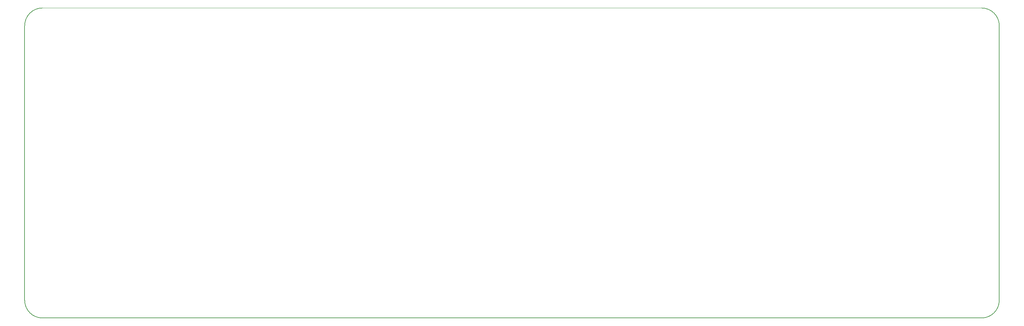
<source format=gm1>
%TF.GenerationSoftware,KiCad,Pcbnew,(6.0.0-0)*%
%TF.CreationDate,2022-12-13T13:57:54+01:00*%
%TF.ProjectId,litl_base,6c69746c-5f62-4617-9365-2e6b69636164,rev?*%
%TF.SameCoordinates,Original*%
%TF.FileFunction,Profile,NP*%
%FSLAX46Y46*%
G04 Gerber Fmt 4.6, Leading zero omitted, Abs format (unit mm)*
G04 Created by KiCad (PCBNEW (6.0.0-0)) date 2022-12-13 13:57:54*
%MOMM*%
%LPD*%
G01*
G04 APERTURE LIST*
%TA.AperFunction,Profile*%
%ADD10C,0.150000*%
%TD*%
%TA.AperFunction,Profile*%
%ADD11C,0.100000*%
%TD*%
G04 APERTURE END LIST*
D10*
X23875000Y-143250000D02*
X276950000Y-143250000D01*
X276950000Y-143250000D02*
G75*
G03*
X281725000Y-138475000I0J4775000D01*
G01*
X19100000Y-138475000D02*
G75*
G03*
X23875000Y-143250000I4775000J0D01*
G01*
X281725000Y-138475000D02*
X281725000Y-64462500D01*
X19100000Y-138475000D02*
X19100000Y-64462500D01*
X23875000Y-59687500D02*
G75*
G03*
X19100000Y-64462500I0J-4775000D01*
G01*
D11*
X23875000Y-59687500D02*
X276950000Y-59687500D01*
D10*
X281725000Y-64462500D02*
G75*
G03*
X276950000Y-59687500I-4775000J0D01*
G01*
M02*

</source>
